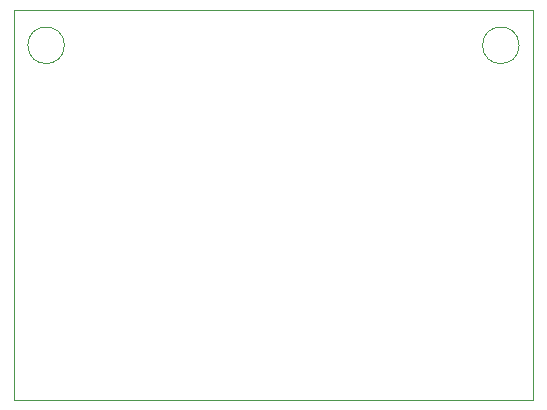
<source format=gbr>
%TF.GenerationSoftware,KiCad,Pcbnew,7.0.2*%
%TF.CreationDate,2025-01-10T16:23:45-06:00*%
%TF.ProjectId,gateDr_displayboard,67617465-4472-45f6-9469-73706c617962,rev?*%
%TF.SameCoordinates,Original*%
%TF.FileFunction,Profile,NP*%
%FSLAX46Y46*%
G04 Gerber Fmt 4.6, Leading zero omitted, Abs format (unit mm)*
G04 Created by KiCad (PCBNEW 7.0.2) date 2025-01-10 16:23:45*
%MOMM*%
%LPD*%
G01*
G04 APERTURE LIST*
%TA.AperFunction,Profile*%
%ADD10C,0.100000*%
%TD*%
G04 APERTURE END LIST*
D10*
X53250000Y-62000000D02*
X97250000Y-62000000D01*
X97250000Y-95000000D01*
X53250000Y-95000000D01*
X53250000Y-62000000D01*
X96050000Y-65000000D02*
G75*
G03*
X96050000Y-65000000I-1550000J0D01*
G01*
X57550000Y-65000000D02*
G75*
G03*
X57550000Y-65000000I-1550000J0D01*
G01*
M02*

</source>
